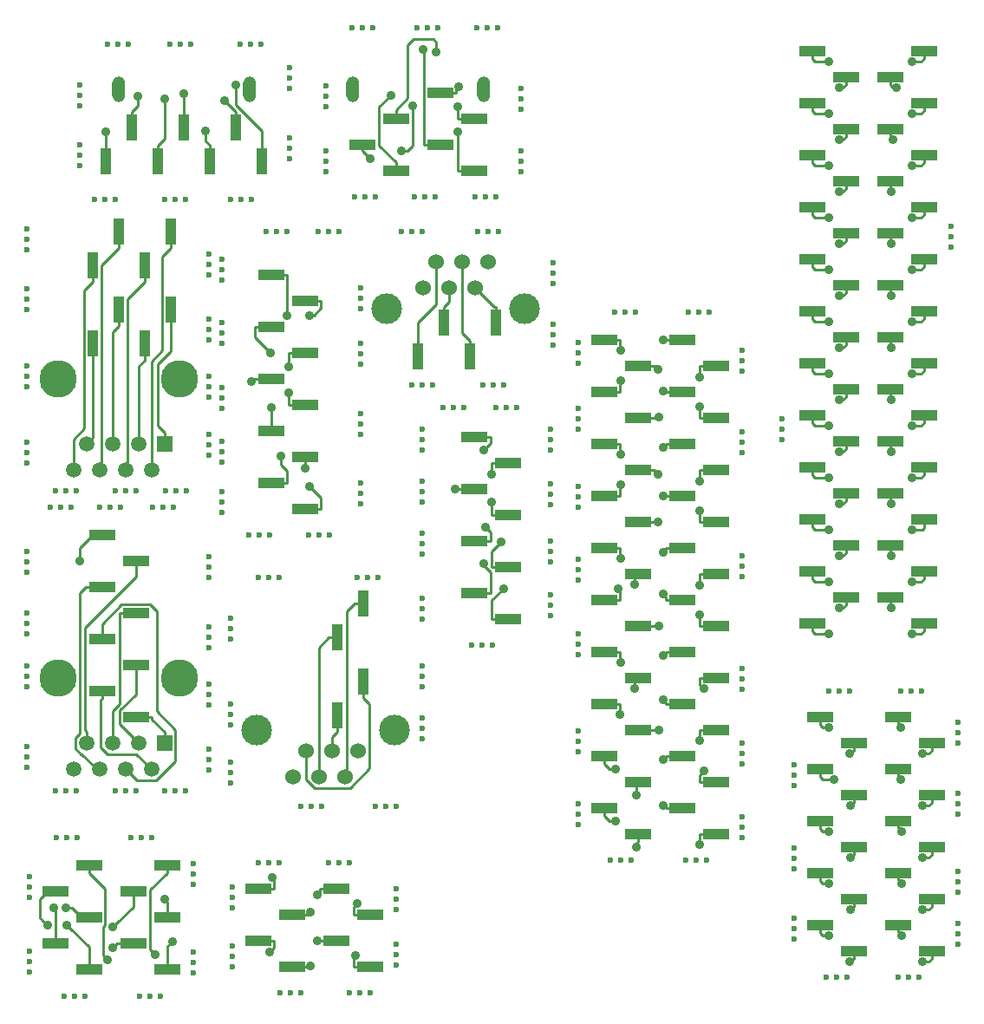
<source format=gbl>
G04 #@! TF.FileFunction,Copper,L2,Bot,Signal*
%FSLAX46Y46*%
G04 Gerber Fmt 4.6, Leading zero omitted, Abs format (unit mm)*
G04 Created by KiCad (PCBNEW 4.0.7-e2-6376~58~ubuntu16.04.1) date Wed Jan  3 00:52:27 2018*
%MOMM*%
%LPD*%
G01*
G04 APERTURE LIST*
%ADD10C,0.100000*%
%ADD11C,3.649980*%
%ADD12R,1.501140X1.501140*%
%ADD13C,1.501140*%
%ADD14C,1.524000*%
%ADD15C,2.999740*%
%ADD16O,1.270000X2.540000*%
%ADD17C,0.600000*%
%ADD18R,2.510000X1.000000*%
%ADD19R,1.000000X2.510000*%
%ADD20C,0.870000*%
%ADD21C,0.250000*%
G04 APERTURE END LIST*
D10*
D11*
X135031480Y-92710000D03*
X146900900Y-92710000D03*
D12*
X145415000Y-99060000D03*
D13*
X144145000Y-101600000D03*
X142875000Y-99060000D03*
X141605000Y-101600000D03*
X140335000Y-99060000D03*
X139065000Y-101600000D03*
X137795000Y-99060000D03*
X136525000Y-101600000D03*
D11*
X135031480Y-63500000D03*
X146900900Y-63500000D03*
D12*
X145415000Y-69850000D03*
D13*
X144145000Y-72390000D03*
X142875000Y-69850000D03*
X141605000Y-72390000D03*
X140335000Y-69850000D03*
X139065000Y-72390000D03*
X137795000Y-69850000D03*
X136525000Y-72390000D03*
D14*
X174498000Y-52070000D03*
X171958000Y-52070000D03*
X177038000Y-52070000D03*
X170688000Y-54610000D03*
X173228000Y-54610000D03*
X175768000Y-54610000D03*
D15*
X180594000Y-56642000D03*
X167132000Y-56642000D03*
D14*
X160528000Y-102362000D03*
X163068000Y-102362000D03*
X157988000Y-102362000D03*
X164338000Y-99822000D03*
X161798000Y-99822000D03*
X159258000Y-99822000D03*
D15*
X154432000Y-97790000D03*
X167894000Y-97790000D03*
D16*
X140921740Y-35201860D03*
X153718260Y-35201860D03*
X163781740Y-35201860D03*
X176578260Y-35201860D03*
D17*
X198628000Y-57023000D03*
X197612000Y-57023000D03*
X196596000Y-57023000D03*
X183388000Y-54229000D03*
X183388000Y-53213000D03*
X183388000Y-52197000D03*
X183134000Y-81407000D03*
X183134000Y-80391000D03*
X183134000Y-79375000D03*
D18*
X159135000Y-55880000D03*
X159135000Y-60960000D03*
X159135000Y-66040000D03*
X159135000Y-71120000D03*
X159135000Y-76200000D03*
X155825000Y-53340000D03*
X155825000Y-58420000D03*
X155825000Y-63500000D03*
X155825000Y-68580000D03*
X155825000Y-73660000D03*
X162175000Y-118364000D03*
X162175000Y-113284000D03*
X165485000Y-120904000D03*
X165485000Y-115824000D03*
X154555000Y-118364000D03*
X154555000Y-113284000D03*
X157865000Y-120904000D03*
X157865000Y-115824000D03*
X134743000Y-118618000D03*
X134743000Y-113538000D03*
X138053000Y-121158000D03*
X138053000Y-116078000D03*
X138053000Y-110998000D03*
X142363000Y-118618000D03*
X142363000Y-113538000D03*
X145673000Y-121158000D03*
X145673000Y-116078000D03*
X145673000Y-110998000D03*
X175668000Y-84400000D03*
X175668000Y-79320000D03*
X175668000Y-74240000D03*
X175668000Y-69160000D03*
X178978000Y-86940000D03*
X178978000Y-81860000D03*
X178978000Y-76780000D03*
X178978000Y-71700000D03*
X217039000Y-116840000D03*
X217039000Y-111760000D03*
X217039000Y-106680000D03*
X217039000Y-101600000D03*
X217039000Y-96520000D03*
X220349000Y-119380000D03*
X220349000Y-114300000D03*
X220349000Y-109220000D03*
X220349000Y-104140000D03*
X220349000Y-99060000D03*
X209419000Y-116840000D03*
X209419000Y-111760000D03*
X209419000Y-106680000D03*
X209419000Y-101600000D03*
X209419000Y-96520000D03*
X212729000Y-119380000D03*
X212729000Y-114300000D03*
X212729000Y-109220000D03*
X212729000Y-104140000D03*
X212729000Y-99060000D03*
D19*
X142240000Y-38985000D03*
X147320000Y-38985000D03*
X152400000Y-38985000D03*
X139700000Y-42295000D03*
X144780000Y-42295000D03*
X149860000Y-42295000D03*
X154940000Y-42295000D03*
D18*
X172335000Y-40640000D03*
X172335000Y-35560000D03*
X175645000Y-43180000D03*
X175645000Y-38100000D03*
X164715000Y-40640000D03*
X168025000Y-43180000D03*
X168025000Y-38100000D03*
D19*
X172720000Y-58035000D03*
X177800000Y-58035000D03*
X170180000Y-61345000D03*
X175260000Y-61345000D03*
X140970000Y-49145000D03*
X146050000Y-49145000D03*
X138430000Y-52455000D03*
X143510000Y-52455000D03*
X140970000Y-56765000D03*
X146050000Y-56765000D03*
X138430000Y-60075000D03*
X143510000Y-60075000D03*
X164846000Y-93087000D03*
X162306000Y-96397000D03*
X162306000Y-88777000D03*
X164846000Y-85467000D03*
D18*
X139315000Y-93980000D03*
X139315000Y-88900000D03*
X139315000Y-83820000D03*
X139315000Y-78740000D03*
X142625000Y-96520000D03*
X142625000Y-91440000D03*
X142625000Y-86360000D03*
X142625000Y-81280000D03*
X216277000Y-84836000D03*
X216277000Y-79756000D03*
X216277000Y-74676000D03*
X216277000Y-69596000D03*
X216277000Y-64516000D03*
X216277000Y-59436000D03*
X216277000Y-54356000D03*
X216277000Y-49276000D03*
X216277000Y-44196000D03*
X216277000Y-39116000D03*
X216277000Y-34036000D03*
X219587000Y-87376000D03*
X219587000Y-82296000D03*
X219587000Y-77216000D03*
X219587000Y-72136000D03*
X219587000Y-67056000D03*
X219587000Y-61976000D03*
X219587000Y-56896000D03*
X219587000Y-51816000D03*
X219587000Y-46736000D03*
X219587000Y-41656000D03*
X219587000Y-36576000D03*
X219587000Y-31496000D03*
X211967000Y-34036000D03*
X211967000Y-39116000D03*
X211967000Y-44196000D03*
X211967000Y-49276000D03*
X211967000Y-54356000D03*
X211967000Y-59436000D03*
X211967000Y-64516000D03*
X211967000Y-69596000D03*
X211967000Y-74676000D03*
X211967000Y-79756000D03*
X211967000Y-84836000D03*
X208657000Y-31496000D03*
X208657000Y-36576000D03*
X208657000Y-41656000D03*
X208657000Y-46736000D03*
X208657000Y-51816000D03*
X208657000Y-56896000D03*
X208657000Y-61976000D03*
X208657000Y-67056000D03*
X208657000Y-72136000D03*
X208657000Y-77216000D03*
X208657000Y-82296000D03*
X208657000Y-87376000D03*
X191647000Y-62230000D03*
X191647000Y-67310000D03*
X191647000Y-72390000D03*
X191647000Y-77470000D03*
X191647000Y-82550000D03*
X191647000Y-87630000D03*
X191647000Y-92710000D03*
X191647000Y-97790000D03*
X191647000Y-102870000D03*
X191647000Y-107950000D03*
X188337000Y-59690000D03*
X188337000Y-64770000D03*
X188337000Y-69850000D03*
X188337000Y-74930000D03*
X188337000Y-80010000D03*
X188337000Y-85090000D03*
X188337000Y-90170000D03*
X188337000Y-95250000D03*
X188337000Y-100330000D03*
X188337000Y-105410000D03*
X199267000Y-62230000D03*
X199267000Y-67310000D03*
X199267000Y-72390000D03*
X199267000Y-77470000D03*
X199267000Y-82550000D03*
X199267000Y-87630000D03*
X199267000Y-92710000D03*
X199267000Y-97790000D03*
X199267000Y-102870000D03*
X199267000Y-107950000D03*
X195957000Y-59690000D03*
X195957000Y-64770000D03*
X195957000Y-69850000D03*
X195957000Y-74930000D03*
X195957000Y-80010000D03*
X195957000Y-85090000D03*
X195957000Y-90170000D03*
X195957000Y-95250000D03*
X195957000Y-100330000D03*
X195957000Y-105410000D03*
D17*
X222885000Y-99060000D03*
X222885000Y-98044000D03*
X222885000Y-97028000D03*
X222885000Y-106045000D03*
X222885000Y-105029000D03*
X222885000Y-104013000D03*
X222885000Y-113665000D03*
X222885000Y-112649000D03*
X222885000Y-111633000D03*
X222885000Y-118745000D03*
X222885000Y-117729000D03*
X222885000Y-116713000D03*
X219075000Y-121920000D03*
X218059000Y-121920000D03*
X217043000Y-121920000D03*
X212090000Y-121920000D03*
X211074000Y-121920000D03*
X210058000Y-121920000D03*
X206883000Y-118237000D03*
X206883000Y-117221000D03*
X206883000Y-116205000D03*
X206883000Y-111379000D03*
X206883000Y-110363000D03*
X206883000Y-109347000D03*
X206883000Y-103251000D03*
X206883000Y-102235000D03*
X206883000Y-101219000D03*
X212344000Y-93980000D03*
X211328000Y-93980000D03*
X210312000Y-93980000D03*
X219329000Y-93980000D03*
X218313000Y-93980000D03*
X217297000Y-93980000D03*
X201803000Y-108331000D03*
X201803000Y-107315000D03*
X201803000Y-106299000D03*
X201803000Y-101092000D03*
X201803000Y-100076000D03*
X201803000Y-99060000D03*
X201803000Y-93853000D03*
X201803000Y-92837000D03*
X201803000Y-91821000D03*
X201803000Y-82804000D03*
X201803000Y-81788000D03*
X201803000Y-80772000D03*
X201803000Y-70739000D03*
X201803000Y-69723000D03*
X201803000Y-68707000D03*
X191389000Y-57023000D03*
X190373000Y-57023000D03*
X189357000Y-57023000D03*
X185801000Y-61976000D03*
X185801000Y-60960000D03*
X185801000Y-59944000D03*
X185801000Y-68453000D03*
X185801000Y-67437000D03*
X185801000Y-66421000D03*
X185801000Y-76073000D03*
X185801000Y-75057000D03*
X185801000Y-74041000D03*
X185801000Y-83185000D03*
X185801000Y-82169000D03*
X185801000Y-81153000D03*
X185801000Y-90424000D03*
X185801000Y-89408000D03*
X185801000Y-88392000D03*
X185801000Y-99949000D03*
X185801000Y-98933000D03*
X185801000Y-97917000D03*
X185801000Y-107061000D03*
X185801000Y-106045000D03*
X185801000Y-105029000D03*
X191008000Y-110490000D03*
X189992000Y-110490000D03*
X188976000Y-110490000D03*
X198374000Y-110490000D03*
X197358000Y-110490000D03*
X196342000Y-110490000D03*
X168021000Y-115316000D03*
X168021000Y-114300000D03*
X168021000Y-113284000D03*
X168021000Y-120777000D03*
X168021000Y-119761000D03*
X168021000Y-118745000D03*
X165481000Y-123444000D03*
X164465000Y-123444000D03*
X163449000Y-123444000D03*
X158750000Y-123444000D03*
X157734000Y-123444000D03*
X156718000Y-123444000D03*
X152019000Y-120904000D03*
X152019000Y-119888000D03*
X152019000Y-118872000D03*
X152019000Y-115189000D03*
X152019000Y-114173000D03*
X152019000Y-113157000D03*
X156591000Y-110744000D03*
X155575000Y-110744000D03*
X154559000Y-110744000D03*
X163449000Y-110744000D03*
X162433000Y-110744000D03*
X161417000Y-110744000D03*
X183388000Y-60198000D03*
X183388000Y-59182000D03*
X183388000Y-58166000D03*
X178562000Y-64135000D03*
X177546000Y-64135000D03*
X176530000Y-64135000D03*
X171577000Y-64135000D03*
X170561000Y-64135000D03*
X169545000Y-64135000D03*
X164592000Y-56642000D03*
X164592000Y-55626000D03*
X164592000Y-54610000D03*
X164592000Y-60071000D03*
X164592000Y-61087000D03*
X164592000Y-62103000D03*
X170561000Y-49149000D03*
X169545000Y-49149000D03*
X168529000Y-49149000D03*
X157353000Y-49149000D03*
X156337000Y-49149000D03*
X155321000Y-49149000D03*
X162433000Y-49149000D03*
X161417000Y-49149000D03*
X160401000Y-49149000D03*
X151003000Y-53848000D03*
X151003000Y-52832000D03*
X151003000Y-51816000D03*
X151003000Y-60071000D03*
X151003000Y-59055000D03*
X151003000Y-58039000D03*
X151003000Y-66421000D03*
X151003000Y-65405000D03*
X151003000Y-64389000D03*
X151003000Y-71628000D03*
X151003000Y-70612000D03*
X151003000Y-69596000D03*
X151003000Y-76581000D03*
X151003000Y-75565000D03*
X151003000Y-74549000D03*
X155702000Y-78740000D03*
X154686000Y-78740000D03*
X153670000Y-78740000D03*
X161544000Y-78740000D03*
X160528000Y-78740000D03*
X159512000Y-78740000D03*
X164592000Y-68961000D03*
X164592000Y-67945000D03*
X164592000Y-66929000D03*
X164592000Y-75692000D03*
X164592000Y-74676000D03*
X164592000Y-73660000D03*
X178054000Y-49149000D03*
X177038000Y-49149000D03*
X176022000Y-49149000D03*
X177800000Y-45720000D03*
X176784000Y-45720000D03*
X175768000Y-45720000D03*
X171831000Y-45720000D03*
X170815000Y-45720000D03*
X169799000Y-45720000D03*
X165989000Y-45720000D03*
X164973000Y-45720000D03*
X163957000Y-45720000D03*
X180213000Y-43307000D03*
X180213000Y-42291000D03*
X180213000Y-41275000D03*
X180213000Y-37211000D03*
X180213000Y-36195000D03*
X180213000Y-35179000D03*
X161163000Y-43307000D03*
X161163000Y-42291000D03*
X161163000Y-41275000D03*
X161163000Y-36957000D03*
X161163000Y-35941000D03*
X161163000Y-34925000D03*
X165735000Y-29210000D03*
X164719000Y-29210000D03*
X163703000Y-29210000D03*
X172085000Y-29210000D03*
X171069000Y-29210000D03*
X170053000Y-29210000D03*
X177927000Y-29210000D03*
X176911000Y-29210000D03*
X175895000Y-29210000D03*
X137668000Y-123825000D03*
X136652000Y-123825000D03*
X135636000Y-123825000D03*
X145034000Y-123825000D03*
X144018000Y-123825000D03*
X143002000Y-123825000D03*
X148209000Y-119507000D03*
X148209000Y-120523000D03*
X148209000Y-121539000D03*
X132207000Y-121412000D03*
X132207000Y-120396000D03*
X132207000Y-119380000D03*
X132207000Y-114173000D03*
X132207000Y-113157000D03*
X132207000Y-112141000D03*
X136906000Y-108331000D03*
X135890000Y-108331000D03*
X134874000Y-108331000D03*
X144145000Y-108331000D03*
X143129000Y-108331000D03*
X142113000Y-108331000D03*
X148209000Y-112903000D03*
X148209000Y-111887000D03*
X148209000Y-110871000D03*
X131953000Y-93599000D03*
X131953000Y-92583000D03*
X131953000Y-91567000D03*
X131953000Y-88392000D03*
X131953000Y-87376000D03*
X131953000Y-86360000D03*
X131953000Y-101473000D03*
X131953000Y-100457000D03*
X131953000Y-99441000D03*
X136779000Y-103759000D03*
X135763000Y-103759000D03*
X134747000Y-103759000D03*
X142621000Y-103759000D03*
X141605000Y-103759000D03*
X140589000Y-103759000D03*
X147447000Y-103759000D03*
X146431000Y-103759000D03*
X145415000Y-103759000D03*
X149733000Y-101727000D03*
X149733000Y-100711000D03*
X149733000Y-99695000D03*
X149733000Y-95377000D03*
X149733000Y-94361000D03*
X149733000Y-93345000D03*
X149758400Y-89789000D03*
X149758400Y-88773000D03*
X149758400Y-87757000D03*
X149733000Y-80899000D03*
X149733000Y-81915000D03*
X149733000Y-82931000D03*
X141097000Y-76073000D03*
X140081000Y-76073000D03*
X139065000Y-76073000D03*
X131953000Y-80391000D03*
X131953000Y-81407000D03*
X131953000Y-82423000D03*
X136271000Y-76073000D03*
X135255000Y-76073000D03*
X134239000Y-76073000D03*
X146304000Y-76073000D03*
X145288000Y-76073000D03*
X144272000Y-76073000D03*
X131953000Y-64262000D03*
X131953000Y-63246000D03*
X131953000Y-62230000D03*
X131953000Y-71755000D03*
X131953000Y-70739000D03*
X131953000Y-69723000D03*
X136779000Y-74422000D03*
X135763000Y-74422000D03*
X134747000Y-74422000D03*
X142621000Y-74422000D03*
X141605000Y-74422000D03*
X140589000Y-74422000D03*
X147574000Y-74422000D03*
X146558000Y-74422000D03*
X145542000Y-74422000D03*
X149733000Y-65278000D03*
X149733000Y-64262000D03*
X149733000Y-63246000D03*
X149733000Y-70993000D03*
X149733000Y-69977000D03*
X149733000Y-68961000D03*
X149733000Y-59690000D03*
X149733000Y-58674000D03*
X149733000Y-57658000D03*
X149733000Y-53340000D03*
X149733000Y-52324000D03*
X149733000Y-51308000D03*
X147447000Y-45974000D03*
X146431000Y-45974000D03*
X145415000Y-45974000D03*
X140589000Y-45974000D03*
X139573000Y-45974000D03*
X138557000Y-45974000D03*
X131953000Y-56769000D03*
X131953000Y-55753000D03*
X131953000Y-54737000D03*
X131953000Y-50927000D03*
X131953000Y-49911000D03*
X131953000Y-48895000D03*
X137160000Y-42672000D03*
X137160000Y-41656000D03*
X137160000Y-40640000D03*
X137160000Y-36830000D03*
X137160000Y-35814000D03*
X137160000Y-34798000D03*
X141859000Y-30861000D03*
X140843000Y-30861000D03*
X139827000Y-30861000D03*
X147955000Y-30861000D03*
X146939000Y-30861000D03*
X145923000Y-30861000D03*
X154813000Y-30861000D03*
X153797000Y-30861000D03*
X152781000Y-30861000D03*
X157607000Y-35179000D03*
X157607000Y-34163000D03*
X157607000Y-33147000D03*
X157607000Y-42037000D03*
X157607000Y-41021000D03*
X157607000Y-40005000D03*
X153924000Y-45974000D03*
X152908000Y-45974000D03*
X151892000Y-45974000D03*
X170561000Y-98679000D03*
X170561000Y-97663000D03*
X170561000Y-96647000D03*
X170561000Y-93599000D03*
X170561000Y-92583000D03*
X170561000Y-91567000D03*
X166243000Y-82931000D03*
X165227000Y-82931000D03*
X164211000Y-82931000D03*
X168021000Y-105283000D03*
X167005000Y-105283000D03*
X165989000Y-105283000D03*
X160782000Y-105283000D03*
X159766000Y-105283000D03*
X158750000Y-105283000D03*
X151892000Y-97282000D03*
X151892000Y-96266000D03*
X151892000Y-95250000D03*
X151892000Y-102997000D03*
X151892000Y-101981000D03*
X151892000Y-100965000D03*
X151892000Y-88900000D03*
X151892000Y-87884000D03*
X151892000Y-86868000D03*
X156591000Y-82931000D03*
X155575000Y-82931000D03*
X154559000Y-82931000D03*
X170561000Y-86995000D03*
X170561000Y-85979000D03*
X170561000Y-84963000D03*
X177419000Y-89535000D03*
X176403000Y-89535000D03*
X175387000Y-89535000D03*
X222250000Y-50673000D03*
X222250000Y-49657000D03*
X222250000Y-48641000D03*
X205740000Y-69469000D03*
X205740000Y-68453000D03*
X205740000Y-67437000D03*
X170561000Y-80645000D03*
X170561000Y-79629000D03*
X170561000Y-78613000D03*
X170561000Y-75565000D03*
X170561000Y-74549000D03*
X170561000Y-73533000D03*
X170561000Y-70485000D03*
X170561000Y-69469000D03*
X170561000Y-68453000D03*
X174625000Y-66294000D03*
X173609000Y-66294000D03*
X172593000Y-66294000D03*
X179832000Y-66294000D03*
X178816000Y-66294000D03*
X177800000Y-66294000D03*
X183134000Y-86614000D03*
X183134000Y-85598000D03*
X183134000Y-84582000D03*
X183134000Y-75819000D03*
X183134000Y-74803000D03*
X183134000Y-73787000D03*
X183134000Y-70485000D03*
X183134000Y-69469000D03*
X183134000Y-68453000D03*
X201803000Y-62738000D03*
X201803000Y-61722000D03*
X201803000Y-60706000D03*
D20*
X157405300Y-57359600D03*
X159624700Y-57293000D03*
X155777500Y-60974800D03*
X157554700Y-62339000D03*
X153898900Y-63803300D03*
X157554700Y-64879000D03*
X155825000Y-66345400D03*
X159135000Y-72200300D03*
X156823900Y-71021500D03*
X159624700Y-73989900D03*
X164043500Y-119849800D03*
X160354800Y-118364000D03*
X164242600Y-114767300D03*
X160356800Y-113932800D03*
X159675100Y-120807300D03*
X155726500Y-119449700D03*
X159701800Y-115618100D03*
X155923900Y-112225100D03*
X218440000Y-32512000D03*
X210312000Y-32512000D03*
X216916000Y-35052000D03*
X211328000Y-35052000D03*
X218440000Y-37592000D03*
X210312000Y-37592000D03*
X216543000Y-40132000D03*
X211328000Y-40132000D03*
X218440000Y-42672000D03*
X210312000Y-42672000D03*
X216408000Y-45212000D03*
X211328000Y-45212000D03*
X218440000Y-47752000D03*
X210312000Y-47752000D03*
X216408000Y-50292000D03*
X211328000Y-50292000D03*
X218440000Y-52832000D03*
X210312000Y-52832000D03*
X216408000Y-55372000D03*
X211328000Y-55372000D03*
X218440000Y-57912000D03*
X210312000Y-57912000D03*
X216408000Y-60452000D03*
X211328000Y-60452000D03*
X218440000Y-62992000D03*
X210312000Y-62992000D03*
X216408000Y-65532000D03*
X211328000Y-65532000D03*
X218440000Y-68072000D03*
X210312000Y-68072000D03*
X216408000Y-70612000D03*
X211328000Y-70612000D03*
X218440000Y-73152000D03*
X210312000Y-73152000D03*
X216408000Y-75692000D03*
X211328000Y-75692000D03*
X218440000Y-78232000D03*
X210312000Y-78232000D03*
X216408000Y-80772000D03*
X211328000Y-80772000D03*
X218440000Y-83312000D03*
X210312000Y-83312000D03*
X216408000Y-85852000D03*
X211328000Y-85852000D03*
X218440000Y-88392000D03*
X210312000Y-88392000D03*
X135890000Y-116839994D03*
X134618010Y-115188992D03*
X135763000Y-115189000D03*
X133982990Y-116840000D03*
X139865965Y-120274499D03*
X146177000Y-118491000D03*
X140393310Y-119018791D03*
X145415000Y-114299976D03*
X140363333Y-117048312D03*
X144526000Y-119761000D03*
X178543400Y-83998300D03*
X176595900Y-81573200D03*
X178318300Y-79446100D03*
X176771500Y-78007400D03*
X177397700Y-75565000D03*
X173838600Y-74295000D03*
X177397700Y-72824300D03*
X176595900Y-70430000D03*
X219456000Y-120396000D03*
X217424000Y-117856000D03*
X219456000Y-115316000D03*
X217424000Y-112776000D03*
X219456000Y-110236000D03*
X217424000Y-107696000D03*
X219456000Y-105156000D03*
X217305000Y-102616000D03*
X219456000Y-100076000D03*
X217305000Y-97536000D03*
X189980000Y-60761500D03*
X194142300Y-59690000D03*
X193665600Y-62569900D03*
X197686700Y-63303600D03*
X189968400Y-63710100D03*
X194151000Y-64682700D03*
X193698100Y-67262900D03*
X197686700Y-66236400D03*
X189968400Y-70909900D03*
X194146300Y-70178600D03*
X193665600Y-72817000D03*
X197686700Y-73463600D03*
X189968400Y-73870100D03*
X194151600Y-74929700D03*
X193661400Y-77470000D03*
X197686700Y-76396400D03*
X189968400Y-81069900D03*
X194147500Y-80462100D03*
X191336200Y-83613400D03*
X197686700Y-83623600D03*
X189748700Y-84016700D03*
X194125600Y-84534900D03*
X193671600Y-87630000D03*
X197686700Y-86575200D03*
X189968400Y-91229900D03*
X194114000Y-90499100D03*
X191336200Y-93773400D03*
X198140400Y-93775300D03*
X189917300Y-96316900D03*
X194127300Y-94877100D03*
X193674400Y-97820000D03*
X197686700Y-98855600D03*
X189484000Y-101600000D03*
X194143400Y-100716800D03*
X191516000Y-104140000D03*
X198140400Y-101804700D03*
X189484000Y-106680000D03*
X194140500Y-105137400D03*
X191516000Y-109220000D03*
X197686700Y-109020300D03*
X212344000Y-120396000D03*
X210312000Y-117856000D03*
X212463000Y-115316000D03*
X210312000Y-112776000D03*
X212463000Y-110236000D03*
X210312000Y-107696000D03*
X212463000Y-105156000D03*
X210820000Y-102616000D03*
X212344000Y-100076000D03*
X210312000Y-97536000D03*
X139700000Y-39370000D03*
X142840100Y-35918900D03*
X145466000Y-36144100D03*
X147320000Y-35686998D03*
X149416500Y-39260100D03*
X151257000Y-36322008D03*
X152400000Y-34798000D03*
X174064700Y-39370000D03*
X170688000Y-31369000D03*
X174064700Y-36904600D03*
X174176200Y-35001400D03*
X167513000Y-35814000D03*
X165481000Y-42037000D03*
X168529000Y-41275000D03*
X169672000Y-36830000D03*
X171993100Y-31559200D03*
X137160000Y-81280000D03*
D21*
X155825000Y-53340000D02*
X157405300Y-53340000D01*
X157405300Y-53340000D02*
X157405300Y-57359600D01*
X160715300Y-56572500D02*
X160715300Y-55880000D01*
X159994800Y-57293000D02*
X160715300Y-56572500D01*
X159624700Y-57293000D02*
X159994800Y-57293000D01*
X159135000Y-55880000D02*
X160715300Y-55880000D01*
X154244700Y-59442000D02*
X154244700Y-58420000D01*
X155777500Y-60974800D02*
X154244700Y-59442000D01*
X155825000Y-58420000D02*
X154244700Y-58420000D01*
X159135000Y-60960000D02*
X157554700Y-60960000D01*
X157554700Y-60960000D02*
X157554700Y-62339000D01*
X155825000Y-63500000D02*
X154202200Y-63500000D01*
X154202200Y-63500000D02*
X153898900Y-63803300D01*
X159135000Y-66040000D02*
X157554700Y-66040000D01*
X157554700Y-66040000D02*
X157554700Y-64879000D01*
X155825000Y-68580000D02*
X155825000Y-66345400D01*
X159135000Y-72200300D02*
X159135000Y-71120000D01*
X155825000Y-73660000D02*
X157405300Y-73660000D01*
X156823900Y-71901700D02*
X156823900Y-71021500D01*
X157405300Y-72483100D02*
X156823900Y-71901700D01*
X157405300Y-73660000D02*
X157405300Y-72483100D01*
X160715300Y-75080500D02*
X160715300Y-76200000D01*
X159624700Y-73989900D02*
X160715300Y-75080500D01*
X159135000Y-76200000D02*
X160715300Y-76200000D01*
X165485000Y-120904000D02*
X163904700Y-120904000D01*
X163904700Y-119988600D02*
X164043500Y-119849800D01*
X163904700Y-120904000D02*
X163904700Y-119988600D01*
X162175000Y-118364000D02*
X160354800Y-118364000D01*
X165485000Y-115824000D02*
X163904700Y-115824000D01*
X163904700Y-115105200D02*
X163904700Y-115824000D01*
X164242600Y-114767300D02*
X163904700Y-115105200D01*
X160594700Y-113694900D02*
X160356800Y-113932800D01*
X160594700Y-113284000D02*
X160594700Y-113694900D01*
X162175000Y-113284000D02*
X160594700Y-113284000D01*
X157865000Y-120904000D02*
X159445300Y-120904000D01*
X159542000Y-120807300D02*
X159445300Y-120904000D01*
X159675100Y-120807300D02*
X159542000Y-120807300D01*
X154555000Y-118364000D02*
X156135300Y-118364000D01*
X156135300Y-119040900D02*
X155726500Y-119449700D01*
X156135300Y-118364000D02*
X156135300Y-119040900D01*
X159651200Y-115618100D02*
X159701800Y-115618100D01*
X159445300Y-115824000D02*
X159651200Y-115618100D01*
X157865000Y-115824000D02*
X159445300Y-115824000D01*
X156135300Y-112436500D02*
X155923900Y-112225100D01*
X156135300Y-113284000D02*
X156135300Y-112436500D01*
X154555000Y-113284000D02*
X156135300Y-113284000D01*
X219321000Y-32512000D02*
X218440000Y-32512000D01*
X219587000Y-32246000D02*
X219321000Y-32512000D01*
X219587000Y-31496000D02*
X219587000Y-32246000D01*
X208657000Y-32246000D02*
X208657000Y-31496000D01*
X208923000Y-32512000D02*
X208657000Y-32246000D01*
X210312000Y-32512000D02*
X208923000Y-32512000D01*
X216543000Y-35052000D02*
X216916000Y-35052000D01*
X216277000Y-34786000D02*
X216543000Y-35052000D01*
X216277000Y-34036000D02*
X216277000Y-34786000D01*
X211701000Y-35052000D02*
X211328000Y-35052000D01*
X211967000Y-34786000D02*
X211701000Y-35052000D01*
X211967000Y-34036000D02*
X211967000Y-34786000D01*
X219587000Y-37326000D02*
X219587000Y-36576000D01*
X219321000Y-37592000D02*
X219587000Y-37326000D01*
X218440000Y-37592000D02*
X219321000Y-37592000D01*
X208657000Y-37326000D02*
X208657000Y-36576000D01*
X208923000Y-37592000D02*
X208657000Y-37326000D01*
X210312000Y-37592000D02*
X208923000Y-37592000D01*
X216277000Y-39866000D02*
X216543000Y-40132000D01*
X216277000Y-39116000D02*
X216277000Y-39866000D01*
X211701000Y-40132000D02*
X211328000Y-40132000D01*
X211967000Y-39866000D02*
X211701000Y-40132000D01*
X211967000Y-39116000D02*
X211967000Y-39866000D01*
X219587000Y-42406000D02*
X219587000Y-41656000D01*
X219321000Y-42672000D02*
X219587000Y-42406000D01*
X218440000Y-42672000D02*
X219321000Y-42672000D01*
X208657000Y-42406000D02*
X208657000Y-41656000D01*
X208923000Y-42672000D02*
X208657000Y-42406000D01*
X210312000Y-42672000D02*
X208923000Y-42672000D01*
X216277000Y-45081000D02*
X216408000Y-45212000D01*
X216277000Y-44196000D02*
X216277000Y-45081000D01*
X211701000Y-45212000D02*
X211328000Y-45212000D01*
X211967000Y-44946000D02*
X211701000Y-45212000D01*
X211967000Y-44196000D02*
X211967000Y-44946000D01*
X219587000Y-47486000D02*
X219587000Y-46736000D01*
X219321000Y-47752000D02*
X219587000Y-47486000D01*
X218440000Y-47752000D02*
X219321000Y-47752000D01*
X208657000Y-47486000D02*
X208657000Y-46736000D01*
X208923000Y-47752000D02*
X208657000Y-47486000D01*
X210312000Y-47752000D02*
X208923000Y-47752000D01*
X216277000Y-50161000D02*
X216408000Y-50292000D01*
X216277000Y-49276000D02*
X216277000Y-50161000D01*
X211701000Y-50292000D02*
X211328000Y-50292000D01*
X211967000Y-50026000D02*
X211701000Y-50292000D01*
X211967000Y-49276000D02*
X211967000Y-50026000D01*
X219587000Y-52566000D02*
X219587000Y-51816000D01*
X219321000Y-52832000D02*
X219587000Y-52566000D01*
X218440000Y-52832000D02*
X219321000Y-52832000D01*
X208657000Y-52566000D02*
X208657000Y-51816000D01*
X208923000Y-52832000D02*
X208657000Y-52566000D01*
X210312000Y-52832000D02*
X208923000Y-52832000D01*
X216277000Y-55241000D02*
X216408000Y-55372000D01*
X216277000Y-54356000D02*
X216277000Y-55241000D01*
X211701000Y-55372000D02*
X211328000Y-55372000D01*
X211967000Y-55106000D02*
X211701000Y-55372000D01*
X211967000Y-54356000D02*
X211967000Y-55106000D01*
X219587000Y-57646000D02*
X219587000Y-56896000D01*
X219321000Y-57912000D02*
X219587000Y-57646000D01*
X218440000Y-57912000D02*
X219321000Y-57912000D01*
X208657000Y-57646000D02*
X208657000Y-56896000D01*
X208923000Y-57912000D02*
X208657000Y-57646000D01*
X210312000Y-57912000D02*
X208923000Y-57912000D01*
X216277000Y-60321000D02*
X216408000Y-60452000D01*
X216277000Y-59436000D02*
X216277000Y-60321000D01*
X211701000Y-60452000D02*
X211328000Y-60452000D01*
X211967000Y-60186000D02*
X211701000Y-60452000D01*
X211967000Y-59436000D02*
X211967000Y-60186000D01*
X219587000Y-62726000D02*
X219587000Y-61976000D01*
X219321000Y-62992000D02*
X219587000Y-62726000D01*
X218440000Y-62992000D02*
X219321000Y-62992000D01*
X208657000Y-62726000D02*
X208657000Y-61976000D01*
X208923000Y-62992000D02*
X208657000Y-62726000D01*
X210312000Y-62992000D02*
X208923000Y-62992000D01*
X216277000Y-65401000D02*
X216408000Y-65532000D01*
X216277000Y-64516000D02*
X216277000Y-65401000D01*
X211701000Y-65532000D02*
X211328000Y-65532000D01*
X211967000Y-65266000D02*
X211701000Y-65532000D01*
X211967000Y-64516000D02*
X211967000Y-65266000D01*
X219587000Y-67806000D02*
X219587000Y-67056000D01*
X219321000Y-68072000D02*
X219587000Y-67806000D01*
X218440000Y-68072000D02*
X219321000Y-68072000D01*
X208657000Y-67806000D02*
X208657000Y-67056000D01*
X208923000Y-68072000D02*
X208657000Y-67806000D01*
X210312000Y-68072000D02*
X208923000Y-68072000D01*
X216277000Y-70481000D02*
X216408000Y-70612000D01*
X216277000Y-69596000D02*
X216277000Y-70481000D01*
X211701000Y-70612000D02*
X211328000Y-70612000D01*
X211967000Y-70346000D02*
X211701000Y-70612000D01*
X211967000Y-69596000D02*
X211967000Y-70346000D01*
X219321000Y-73152000D02*
X218440000Y-73152000D01*
X219587000Y-72886000D02*
X219321000Y-73152000D01*
X219587000Y-72136000D02*
X219587000Y-72886000D01*
X208657000Y-72886000D02*
X208657000Y-72136000D01*
X208923000Y-73152000D02*
X208657000Y-72886000D01*
X210312000Y-73152000D02*
X208923000Y-73152000D01*
X216277000Y-75561000D02*
X216408000Y-75692000D01*
X216277000Y-74676000D02*
X216277000Y-75561000D01*
X211701000Y-75692000D02*
X211328000Y-75692000D01*
X211967000Y-75426000D02*
X211701000Y-75692000D01*
X211967000Y-74676000D02*
X211967000Y-75426000D01*
X219456000Y-78232000D02*
X218440000Y-78232000D01*
X219587000Y-78101000D02*
X219456000Y-78232000D01*
X219587000Y-77216000D02*
X219587000Y-78101000D01*
X208657000Y-77966000D02*
X208657000Y-77216000D01*
X208923000Y-78232000D02*
X208657000Y-77966000D01*
X210312000Y-78232000D02*
X208923000Y-78232000D01*
X216277000Y-80641000D02*
X216408000Y-80772000D01*
X216277000Y-79756000D02*
X216277000Y-80641000D01*
X211701000Y-80772000D02*
X211328000Y-80772000D01*
X211967000Y-80506000D02*
X211701000Y-80772000D01*
X211967000Y-79756000D02*
X211967000Y-80506000D01*
X219587000Y-83046000D02*
X219587000Y-82296000D01*
X219321000Y-83312000D02*
X219587000Y-83046000D01*
X218440000Y-83312000D02*
X219321000Y-83312000D01*
X208657000Y-83046000D02*
X208657000Y-82296000D01*
X208923000Y-83312000D02*
X208657000Y-83046000D01*
X210312000Y-83312000D02*
X208923000Y-83312000D01*
X216277000Y-85721000D02*
X216408000Y-85852000D01*
X216277000Y-84836000D02*
X216277000Y-85721000D01*
X211701000Y-85852000D02*
X211328000Y-85852000D01*
X211967000Y-85586000D02*
X211701000Y-85852000D01*
X211967000Y-84836000D02*
X211967000Y-85586000D01*
X219587000Y-88126000D02*
X219587000Y-87376000D01*
X219321000Y-88392000D02*
X219587000Y-88126000D01*
X218440000Y-88392000D02*
X219321000Y-88392000D01*
X208657000Y-88126000D02*
X208657000Y-87376000D01*
X208923000Y-88392000D02*
X208657000Y-88126000D01*
X210312000Y-88392000D02*
X208923000Y-88392000D01*
X136239999Y-117189993D02*
X135890000Y-116839994D01*
X138053000Y-119002994D02*
X136239999Y-117189993D01*
X138053000Y-121158000D02*
X138053000Y-119002994D01*
X134743000Y-115313982D02*
X134618010Y-115188992D01*
X134743000Y-118618000D02*
X134743000Y-115313982D01*
X136293330Y-115189000D02*
X135763000Y-115189000D01*
X137298000Y-116078000D02*
X136409000Y-115189000D01*
X138053000Y-116078000D02*
X137298000Y-116078000D01*
X136409000Y-115189000D02*
X136293330Y-115189000D01*
X133238000Y-116095010D02*
X133547991Y-116405001D01*
X133988000Y-113538000D02*
X133238000Y-114288000D01*
X133547991Y-116405001D02*
X133982990Y-116840000D01*
X133238000Y-114288000D02*
X133238000Y-116095010D01*
X134743000Y-113538000D02*
X133988000Y-113538000D01*
X139430966Y-119839500D02*
X139865965Y-120274499D01*
X139633001Y-116838001D02*
X139430966Y-117040036D01*
X138053000Y-110998000D02*
X138053000Y-111748000D01*
X139430966Y-117040036D02*
X139430966Y-119839500D01*
X138053000Y-111748000D02*
X139633001Y-113328001D01*
X139633001Y-113328001D02*
X139633001Y-116838001D01*
X145742001Y-118925999D02*
X146177000Y-118491000D01*
X145673000Y-118995000D02*
X145742001Y-118925999D01*
X145673000Y-121158000D02*
X145673000Y-118995000D01*
X142363000Y-118618000D02*
X140794101Y-118618000D01*
X140794101Y-118618000D02*
X140393310Y-119018791D01*
X145673000Y-114557976D02*
X145415000Y-114299976D01*
X145673000Y-116078000D02*
X145673000Y-114557976D01*
X140798332Y-116613313D02*
X140363333Y-117048312D01*
X142363000Y-113538000D02*
X142363000Y-115048645D01*
X142363000Y-115048645D02*
X140798332Y-116613313D01*
X145673000Y-110998000D02*
X145673000Y-111748000D01*
X144018000Y-113403000D02*
X144018000Y-119253000D01*
X145673000Y-111748000D02*
X144018000Y-113403000D01*
X144018000Y-119253000D02*
X144526000Y-119761000D01*
X177397700Y-85144000D02*
X178543400Y-83998300D01*
X177397700Y-86940000D02*
X177397700Y-85144000D01*
X178978000Y-86940000D02*
X177397700Y-86940000D01*
X176595900Y-81740000D02*
X176595900Y-81573200D01*
X177248300Y-82392400D02*
X176595900Y-81740000D01*
X175668000Y-84400000D02*
X177248300Y-84400000D01*
X177248300Y-84400000D02*
X177248300Y-82392400D01*
X177397700Y-80366700D02*
X178318300Y-79446100D01*
X177397700Y-81860000D02*
X177397700Y-80366700D01*
X178978000Y-81860000D02*
X177397700Y-81860000D01*
X177248300Y-78484200D02*
X176771500Y-78007400D01*
X177248300Y-79320000D02*
X177248300Y-78484200D01*
X175668000Y-79320000D02*
X177248300Y-79320000D01*
X178978000Y-76780000D02*
X177397700Y-76780000D01*
X177397700Y-76780000D02*
X177397700Y-75565000D01*
X173893600Y-74240000D02*
X173838600Y-74295000D01*
X175668000Y-74240000D02*
X173893600Y-74240000D01*
X178978000Y-71700000D02*
X177397700Y-71700000D01*
X177397700Y-71700000D02*
X177397700Y-72824300D01*
X176614900Y-70430000D02*
X176595900Y-70430000D01*
X177248300Y-69796600D02*
X176614900Y-70430000D01*
X177248300Y-69160000D02*
X177248300Y-69796600D01*
X175668000Y-69160000D02*
X177248300Y-69160000D01*
X220349000Y-120130000D02*
X220349000Y-119380000D01*
X220083000Y-120396000D02*
X220349000Y-120130000D01*
X219456000Y-120396000D02*
X220083000Y-120396000D01*
X217039000Y-117471000D02*
X217424000Y-117856000D01*
X217039000Y-116840000D02*
X217039000Y-117471000D01*
X220349000Y-115050000D02*
X220349000Y-114300000D01*
X220083000Y-115316000D02*
X220349000Y-115050000D01*
X219456000Y-115316000D02*
X220083000Y-115316000D01*
X217039000Y-112391000D02*
X217424000Y-112776000D01*
X217039000Y-111760000D02*
X217039000Y-112391000D01*
X220349000Y-109970000D02*
X220349000Y-109220000D01*
X220083000Y-110236000D02*
X220349000Y-109970000D01*
X219456000Y-110236000D02*
X220083000Y-110236000D01*
X217039000Y-107311000D02*
X217424000Y-107696000D01*
X217039000Y-106680000D02*
X217039000Y-107311000D01*
X220349000Y-104890000D02*
X220349000Y-104140000D01*
X220083000Y-105156000D02*
X220349000Y-104890000D01*
X219456000Y-105156000D02*
X220083000Y-105156000D01*
X217039000Y-102350000D02*
X217305000Y-102616000D01*
X217039000Y-101600000D02*
X217039000Y-102350000D01*
X220349000Y-99810000D02*
X220349000Y-99060000D01*
X220083000Y-100076000D02*
X220349000Y-99810000D01*
X219456000Y-100076000D02*
X220083000Y-100076000D01*
X217039000Y-97270000D02*
X217305000Y-97536000D01*
X217039000Y-96520000D02*
X217039000Y-97270000D01*
X189917300Y-60698800D02*
X189980000Y-60761500D01*
X189917300Y-59690000D02*
X189917300Y-60698800D01*
X188337000Y-59690000D02*
X189917300Y-59690000D01*
X195957000Y-59690000D02*
X194142300Y-59690000D01*
X193325700Y-62230000D02*
X193665600Y-62569900D01*
X191647000Y-62230000D02*
X193325700Y-62230000D01*
X199267000Y-62230000D02*
X197686700Y-62230000D01*
X197686700Y-62230000D02*
X197686700Y-63303600D01*
X188337000Y-64770000D02*
X189917300Y-64770000D01*
X189917300Y-63761200D02*
X189968400Y-63710100D01*
X189917300Y-64770000D02*
X189917300Y-63761200D01*
X194238300Y-64770000D02*
X194151000Y-64682700D01*
X195957000Y-64770000D02*
X194238300Y-64770000D01*
X193651000Y-67310000D02*
X193698100Y-67262900D01*
X191647000Y-67310000D02*
X193651000Y-67310000D01*
X199267000Y-67310000D02*
X197686700Y-67310000D01*
X197686700Y-67310000D02*
X197686700Y-66236400D01*
X188337000Y-69850000D02*
X189917300Y-69850000D01*
X189917300Y-70858800D02*
X189968400Y-70909900D01*
X189917300Y-69850000D02*
X189917300Y-70858800D01*
X194376700Y-69948200D02*
X194146300Y-70178600D01*
X194376700Y-69850000D02*
X194376700Y-69948200D01*
X195957000Y-69850000D02*
X194376700Y-69850000D01*
X193238600Y-72390000D02*
X193665600Y-72817000D01*
X191647000Y-72390000D02*
X193238600Y-72390000D01*
X199267000Y-72390000D02*
X197686700Y-72390000D01*
X197686700Y-72390000D02*
X197686700Y-73463600D01*
X188337000Y-74930000D02*
X189917300Y-74930000D01*
X189917300Y-73921200D02*
X189968400Y-73870100D01*
X189917300Y-74930000D02*
X189917300Y-73921200D01*
X194151900Y-74930000D02*
X194151600Y-74929700D01*
X195957000Y-74930000D02*
X194151900Y-74930000D01*
X191647000Y-77470000D02*
X193661400Y-77470000D01*
X199267000Y-77470000D02*
X197686700Y-77470000D01*
X197686700Y-77470000D02*
X197686700Y-76396400D01*
X188337000Y-80010000D02*
X189917300Y-80010000D01*
X189917300Y-81018800D02*
X189968400Y-81069900D01*
X189917300Y-80010000D02*
X189917300Y-81018800D01*
X194376700Y-80232900D02*
X194147500Y-80462100D01*
X194376700Y-80010000D02*
X194376700Y-80232900D01*
X195957000Y-80010000D02*
X194376700Y-80010000D01*
X191336200Y-82860800D02*
X191336200Y-83613400D01*
X191647000Y-82550000D02*
X191336200Y-82860800D01*
X199267000Y-82550000D02*
X197686700Y-82550000D01*
X197686700Y-82550000D02*
X197686700Y-83623600D01*
X189917300Y-84185300D02*
X189748700Y-84016700D01*
X189917300Y-85090000D02*
X189917300Y-84185300D01*
X188337000Y-85090000D02*
X189917300Y-85090000D01*
X194376700Y-84786000D02*
X194125600Y-84534900D01*
X194376700Y-85090000D02*
X194376700Y-84786000D01*
X195957000Y-85090000D02*
X194376700Y-85090000D01*
X191647000Y-87630000D02*
X193671600Y-87630000D01*
X199267000Y-87630000D02*
X197686700Y-87630000D01*
X197686700Y-87630000D02*
X197686700Y-86575200D01*
X188337000Y-90170000D02*
X189917300Y-90170000D01*
X189917300Y-91178800D02*
X189968400Y-91229900D01*
X189917300Y-90170000D02*
X189917300Y-91178800D01*
X195957000Y-90170000D02*
X194376700Y-90170000D01*
X194376700Y-90236400D02*
X194114000Y-90499100D01*
X194376700Y-90170000D02*
X194376700Y-90236400D01*
X191336200Y-93020800D02*
X191336200Y-93773400D01*
X191647000Y-92710000D02*
X191336200Y-93020800D01*
X199267000Y-92710000D02*
X197686700Y-92710000D01*
X198100100Y-93775300D02*
X198140400Y-93775300D01*
X197686700Y-93361900D02*
X198100100Y-93775300D01*
X197686700Y-92710000D02*
X197686700Y-93361900D01*
X188337000Y-95250000D02*
X189917300Y-95250000D01*
X189917300Y-95250000D02*
X189917300Y-96316900D01*
X195957000Y-95250000D02*
X194376700Y-95250000D01*
X194376700Y-95126500D02*
X194127300Y-94877100D01*
X194376700Y-95250000D02*
X194376700Y-95126500D01*
X193644400Y-97790000D02*
X193674400Y-97820000D01*
X191647000Y-97790000D02*
X193644400Y-97790000D01*
X199267000Y-97790000D02*
X197686700Y-97790000D01*
X197686700Y-97790000D02*
X197686700Y-98855600D01*
X188337000Y-101080000D02*
X188337000Y-100330000D01*
X188857000Y-101600000D02*
X188337000Y-101080000D01*
X189484000Y-101600000D02*
X188857000Y-101600000D01*
X195957000Y-100330000D02*
X194376700Y-100330000D01*
X194376700Y-100483500D02*
X194143400Y-100716800D01*
X194376700Y-100330000D02*
X194376700Y-100483500D01*
X191516000Y-103001000D02*
X191647000Y-102870000D01*
X191516000Y-104140000D02*
X191516000Y-103001000D01*
X199267000Y-102870000D02*
X197686700Y-102870000D01*
X198100100Y-101804700D02*
X198140400Y-101804700D01*
X197686700Y-102218100D02*
X198100100Y-101804700D01*
X197686700Y-102870000D02*
X197686700Y-102218100D01*
X188337000Y-106160000D02*
X188337000Y-105410000D01*
X188857000Y-106680000D02*
X188337000Y-106160000D01*
X189484000Y-106680000D02*
X188857000Y-106680000D01*
X195957000Y-105410000D02*
X194376700Y-105410000D01*
X194376700Y-105373600D02*
X194140500Y-105137400D01*
X194376700Y-105410000D02*
X194376700Y-105373600D01*
X191635000Y-109101000D02*
X191516000Y-109220000D01*
X191635000Y-108712000D02*
X191635000Y-109101000D01*
X191647000Y-108700000D02*
X191635000Y-108712000D01*
X191647000Y-107950000D02*
X191647000Y-108700000D01*
X199267000Y-107950000D02*
X197686700Y-107950000D01*
X197686700Y-107950000D02*
X197686700Y-109020300D01*
X212463000Y-120396000D02*
X212344000Y-120396000D01*
X212729000Y-120130000D02*
X212463000Y-120396000D01*
X212729000Y-119380000D02*
X212729000Y-120130000D01*
X209685000Y-117856000D02*
X210312000Y-117856000D01*
X209419000Y-117590000D02*
X209685000Y-117856000D01*
X209419000Y-116840000D02*
X209419000Y-117590000D01*
X212729000Y-115050000D02*
X212463000Y-115316000D01*
X212729000Y-114300000D02*
X212729000Y-115050000D01*
X209419000Y-112510000D02*
X209419000Y-111760000D01*
X209685000Y-112776000D02*
X209419000Y-112510000D01*
X210312000Y-112776000D02*
X209685000Y-112776000D01*
X212729000Y-109970000D02*
X212463000Y-110236000D01*
X212729000Y-109220000D02*
X212729000Y-109970000D01*
X209419000Y-107430000D02*
X209419000Y-106680000D01*
X209685000Y-107696000D02*
X209419000Y-107430000D01*
X210312000Y-107696000D02*
X209685000Y-107696000D01*
X212729000Y-104890000D02*
X212463000Y-105156000D01*
X212729000Y-104140000D02*
X212729000Y-104890000D01*
X209419000Y-102350000D02*
X209419000Y-101600000D01*
X209685000Y-102616000D02*
X209419000Y-102350000D01*
X210820000Y-102616000D02*
X209685000Y-102616000D01*
X212463000Y-100076000D02*
X212344000Y-100076000D01*
X212729000Y-99810000D02*
X212463000Y-100076000D01*
X212729000Y-99060000D02*
X212729000Y-99810000D01*
X209419000Y-97270000D02*
X209419000Y-96520000D01*
X209685000Y-97536000D02*
X209419000Y-97270000D01*
X210312000Y-97536000D02*
X209685000Y-97536000D01*
X139700000Y-42295000D02*
X139700000Y-39370000D01*
X142840100Y-36804600D02*
X142840100Y-35918900D01*
X142240000Y-37404700D02*
X142840100Y-36804600D01*
X142240000Y-38985000D02*
X142240000Y-37404700D01*
X145466000Y-40028700D02*
X145466000Y-36144100D01*
X144780000Y-40714700D02*
X145466000Y-40028700D01*
X144780000Y-42295000D02*
X144780000Y-40714700D01*
X147320000Y-38985000D02*
X147320000Y-35686998D01*
X149416500Y-40271200D02*
X149416500Y-39260100D01*
X149860000Y-40714700D02*
X149416500Y-40271200D01*
X149860000Y-42295000D02*
X149860000Y-40714700D01*
X151631999Y-36697007D02*
X151257000Y-36322008D01*
X152400000Y-37465008D02*
X151631999Y-36697007D01*
X152400000Y-38985000D02*
X152400000Y-37465008D01*
X152400000Y-35413182D02*
X152400000Y-34798000D01*
X152400000Y-36743000D02*
X152400000Y-35413182D01*
X154940000Y-39283000D02*
X152400000Y-36743000D01*
X154940000Y-42295000D02*
X154940000Y-39283000D01*
X175645000Y-43180000D02*
X174064700Y-43180000D01*
X174064700Y-43180000D02*
X174064700Y-39370000D01*
X170754700Y-31650000D02*
X170754700Y-31435700D01*
X170754700Y-40640000D02*
X170754700Y-31650000D01*
X170754700Y-40640000D02*
X172335000Y-40640000D01*
X170754700Y-31435700D02*
X170688000Y-31369000D01*
X175645000Y-38100000D02*
X174064700Y-38100000D01*
X174064700Y-38100000D02*
X174064700Y-36904600D01*
X173915300Y-35262300D02*
X174176200Y-35001400D01*
X173915300Y-35560000D02*
X173915300Y-35262300D01*
X172335000Y-35560000D02*
X173915300Y-35560000D01*
X167513000Y-35814000D02*
X166370000Y-36957000D01*
X166370000Y-36957000D02*
X166370000Y-40699700D01*
X166370000Y-40699700D02*
X168025000Y-42354700D01*
X168025000Y-42354700D02*
X168025000Y-43180000D01*
X164715000Y-41271000D02*
X164715000Y-40640000D01*
X165481000Y-42037000D02*
X164715000Y-41271000D01*
X169164000Y-41275000D02*
X168529000Y-41275000D01*
X169672000Y-40767000D02*
X169164000Y-41275000D01*
X169672000Y-36830000D02*
X169672000Y-40767000D01*
X170765200Y-30331300D02*
X171682300Y-30331300D01*
X168025000Y-37274700D02*
X169195600Y-36104100D01*
X169195600Y-36104100D02*
X169195600Y-30914400D01*
X169195600Y-30914400D02*
X169778700Y-30331300D01*
X169778700Y-30331300D02*
X170765200Y-30331300D01*
X168025000Y-37274700D02*
X168025000Y-38100000D01*
X171993100Y-30642100D02*
X171993100Y-31559200D01*
X171682300Y-30331300D02*
X171993100Y-30642100D01*
X144205300Y-96774400D02*
X145415000Y-97984100D01*
X144205300Y-96520000D02*
X144205300Y-96774400D01*
X142625000Y-96520000D02*
X144205300Y-96520000D01*
X145415000Y-99060000D02*
X145415000Y-97984100D01*
X142693000Y-100148000D02*
X144145000Y-101600000D01*
X139218900Y-99476700D02*
X139890200Y-100148000D01*
X139890200Y-100148000D02*
X142693000Y-100148000D01*
X139315000Y-94730000D02*
X139218900Y-94826100D01*
X139218900Y-94826100D02*
X139218900Y-99476700D01*
X139315000Y-93980000D02*
X139315000Y-94730000D01*
X141044600Y-97229600D02*
X142875000Y-99060000D01*
X141044600Y-95885300D02*
X141044600Y-97229600D01*
X142625000Y-94304900D02*
X141044600Y-95885300D01*
X142625000Y-91440000D02*
X142625000Y-94304900D01*
X142749400Y-102744400D02*
X141605000Y-101600000D01*
X144609300Y-102744400D02*
X142749400Y-102744400D01*
X146496400Y-100857300D02*
X144609300Y-102744400D01*
X146496400Y-97765200D02*
X146496400Y-100857300D01*
X144655700Y-95924500D02*
X146496400Y-97765200D01*
X144655700Y-86170700D02*
X144655700Y-95924500D01*
X144019600Y-85534600D02*
X144655700Y-86170700D01*
X141233200Y-85534600D02*
X144019600Y-85534600D01*
X139315000Y-87452800D02*
X141233200Y-85534600D01*
X139315000Y-88900000D02*
X139315000Y-87452800D01*
X142625000Y-86360000D02*
X141044700Y-86360000D01*
X140335000Y-95957900D02*
X140335000Y-99060000D01*
X141044700Y-95248200D02*
X140335000Y-95957900D01*
X141044700Y-86360000D02*
X141044700Y-95248200D01*
X136719429Y-98543725D02*
X136719429Y-99576275D01*
X137348271Y-100135571D02*
X138812700Y-101600000D01*
X136719429Y-99576275D02*
X137278725Y-100135571D01*
X137160000Y-84394700D02*
X137160000Y-91656532D01*
X137181471Y-91678003D02*
X137181471Y-93741997D01*
X139315000Y-83820000D02*
X137734700Y-83820000D01*
X137181471Y-93741997D02*
X137160000Y-93763468D01*
X137734700Y-83820000D02*
X137160000Y-84394700D01*
X137160000Y-98103154D02*
X136719429Y-98543725D01*
X137160000Y-91656532D02*
X137181471Y-91678003D01*
X137160000Y-93763468D02*
X137160000Y-98103154D01*
X137278725Y-100135571D02*
X137348271Y-100135571D01*
X138812700Y-101600000D02*
X139065000Y-101600000D01*
X137795000Y-97998534D02*
X137795000Y-99060000D01*
X137631482Y-97835016D02*
X137795000Y-97998534D01*
X137631482Y-87798418D02*
X137631482Y-97835016D01*
X142625000Y-82804900D02*
X137631482Y-87798418D01*
X142625000Y-81280000D02*
X142625000Y-82804900D01*
X138430000Y-78740000D02*
X139315000Y-78740000D01*
X137160000Y-80010000D02*
X138430000Y-78740000D01*
X138560000Y-78740000D02*
X139315000Y-78740000D01*
X137160000Y-81280000D02*
X137160000Y-80010000D01*
X146050000Y-56765000D02*
X146050000Y-60767700D01*
X145415000Y-69850000D02*
X145415000Y-68774100D01*
X144750500Y-62067200D02*
X146050000Y-60767700D01*
X144750500Y-68109600D02*
X144750500Y-62067200D01*
X145415000Y-68774100D02*
X144750500Y-68109600D01*
X144145000Y-61810500D02*
X144145000Y-72390000D01*
X145224700Y-60730800D02*
X144145000Y-61810500D01*
X145224700Y-51550600D02*
X145224700Y-60730800D01*
X146050000Y-50725300D02*
X145224700Y-51550600D01*
X146050000Y-49145000D02*
X146050000Y-50725300D01*
X142875000Y-62290300D02*
X142875000Y-69850000D01*
X143510000Y-61655300D02*
X142875000Y-62290300D01*
X143510000Y-60075000D02*
X143510000Y-61655300D01*
X141799000Y-72196000D02*
X141605000Y-72390000D01*
X141799000Y-55746300D02*
X141799000Y-72196000D01*
X143510000Y-54035300D02*
X141799000Y-55746300D01*
X143510000Y-52455000D02*
X143510000Y-54035300D01*
X140335000Y-58980300D02*
X140335000Y-69850000D01*
X140970000Y-58345300D02*
X140335000Y-58980300D01*
X140970000Y-56765000D02*
X140970000Y-58345300D01*
X139259000Y-72196000D02*
X139065000Y-72390000D01*
X139259000Y-52436300D02*
X139259000Y-72196000D01*
X140970000Y-50725300D02*
X139259000Y-52436300D01*
X140970000Y-49145000D02*
X140970000Y-50725300D01*
X138430000Y-69215000D02*
X137795000Y-69850000D01*
X138430000Y-60075000D02*
X138430000Y-69215000D01*
X136525000Y-69442000D02*
X136525000Y-72390000D01*
X137604700Y-68362300D02*
X136525000Y-69442000D01*
X137604700Y-54860600D02*
X137604700Y-68362300D01*
X138430000Y-54035300D02*
X137604700Y-54860600D01*
X138430000Y-52455000D02*
X138430000Y-54035300D01*
X174498000Y-59002700D02*
X174498000Y-52070000D01*
X175260000Y-59764700D02*
X174498000Y-59002700D01*
X175260000Y-61345000D02*
X175260000Y-59764700D01*
X171958000Y-56272000D02*
X171958000Y-52070000D01*
X170180000Y-58050000D02*
X171958000Y-56272000D01*
X170180000Y-61345000D02*
X170180000Y-58050000D01*
X173228000Y-55946700D02*
X173228000Y-54610000D01*
X172720000Y-56454700D02*
X173228000Y-55946700D01*
X172720000Y-58035000D02*
X172720000Y-56454700D01*
X177612700Y-56454700D02*
X175768000Y-54610000D01*
X177800000Y-56454700D02*
X177612700Y-56454700D01*
X177800000Y-58035000D02*
X177800000Y-56454700D01*
X160528000Y-89729700D02*
X160528000Y-102362000D01*
X161480700Y-88777000D02*
X160528000Y-89729700D01*
X162306000Y-88777000D02*
X161480700Y-88777000D01*
X163250600Y-102179400D02*
X163068000Y-102362000D01*
X163250600Y-86237100D02*
X163250600Y-102179400D01*
X164020700Y-85467000D02*
X163250600Y-86237100D01*
X164846000Y-85467000D02*
X164020700Y-85467000D01*
X161798000Y-98485300D02*
X161798000Y-99822000D01*
X162306000Y-97977300D02*
X161798000Y-98485300D01*
X162306000Y-96397000D02*
X162306000Y-97977300D01*
X159258000Y-102633600D02*
X159258000Y-99822000D01*
X160080700Y-103456300D02*
X159258000Y-102633600D01*
X163532300Y-103456300D02*
X160080700Y-103456300D01*
X165464300Y-101524300D02*
X163532300Y-103456300D01*
X165464300Y-95285600D02*
X165464300Y-101524300D01*
X164846000Y-94667300D02*
X165464300Y-95285600D01*
X164846000Y-93087000D02*
X164846000Y-94667300D01*
M02*

</source>
